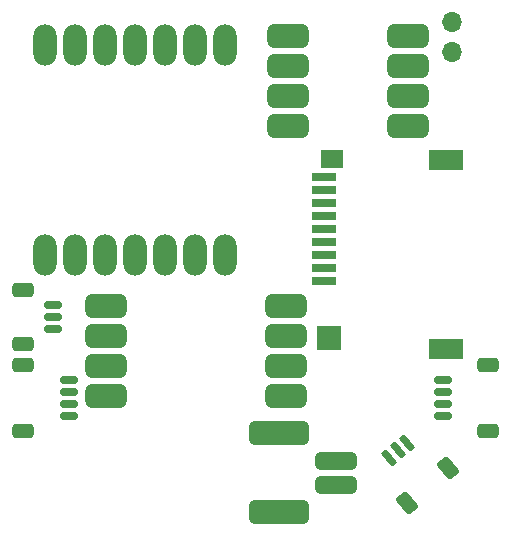
<source format=gbp>
G04 #@! TF.GenerationSoftware,KiCad,Pcbnew,7.0.7-7.0.7~ubuntu22.04.1*
G04 #@! TF.CreationDate,2024-07-01T02:54:02-07:00*
G04 #@! TF.ProjectId,v0.0-CutieCat,76302e30-2d43-4757-9469-654361742e6b,rev?*
G04 #@! TF.SameCoordinates,Original*
G04 #@! TF.FileFunction,Paste,Bot*
G04 #@! TF.FilePolarity,Positive*
%FSLAX46Y46*%
G04 Gerber Fmt 4.6, Leading zero omitted, Abs format (unit mm)*
G04 Created by KiCad (PCBNEW 7.0.7-7.0.7~ubuntu22.04.1) date 2024-07-01 02:54:02*
%MOMM*%
%LPD*%
G01*
G04 APERTURE LIST*
G04 Aperture macros list*
%AMRoundRect*
0 Rectangle with rounded corners*
0 $1 Rounding radius*
0 $2 $3 $4 $5 $6 $7 $8 $9 X,Y pos of 4 corners*
0 Add a 4 corners polygon primitive as box body*
4,1,4,$2,$3,$4,$5,$6,$7,$8,$9,$2,$3,0*
0 Add four circle primitives for the rounded corners*
1,1,$1+$1,$2,$3*
1,1,$1+$1,$4,$5*
1,1,$1+$1,$6,$7*
1,1,$1+$1,$8,$9*
0 Add four rect primitives between the rounded corners*
20,1,$1+$1,$2,$3,$4,$5,0*
20,1,$1+$1,$4,$5,$6,$7,0*
20,1,$1+$1,$6,$7,$8,$9,0*
20,1,$1+$1,$8,$9,$2,$3,0*%
G04 Aperture macros list end*
%ADD10RoundRect,0.150000X0.625000X-0.150000X0.625000X0.150000X-0.625000X0.150000X-0.625000X-0.150000X0*%
%ADD11RoundRect,0.250000X0.650000X-0.350000X0.650000X0.350000X-0.650000X0.350000X-0.650000X-0.350000X0*%
%ADD12RoundRect,0.150000X-0.286836X0.575196X-0.516649X0.382360X0.286836X-0.575196X0.516649X-0.382360X0*%
%ADD13RoundRect,0.250000X-0.149696X0.722905X-0.685928X0.272953X0.149696X-0.722905X0.685928X-0.272953X0*%
%ADD14RoundRect,0.150000X-0.625000X0.150000X-0.625000X-0.150000X0.625000X-0.150000X0.625000X0.150000X0*%
%ADD15RoundRect,0.250000X-0.650000X0.350000X-0.650000X-0.350000X0.650000X-0.350000X0.650000X0.350000X0*%
%ADD16O,2.000000X3.500000*%
%ADD17O,1.700000X1.700000*%
%ADD18RoundRect,0.500000X-1.250000X0.500000X-1.250000X-0.500000X1.250000X-0.500000X1.250000X0.500000X0*%
%ADD19RoundRect,0.375000X1.375000X-0.375000X1.375000X0.375000X-1.375000X0.375000X-1.375000X-0.375000X0*%
%ADD20RoundRect,0.333335X2.166665X-0.666665X2.166665X0.666665X-2.166665X0.666665X-2.166665X-0.666665X0*%
%ADD21RoundRect,0.500000X1.250000X-0.500000X1.250000X0.500000X-1.250000X0.500000X-1.250000X-0.500000X0*%
%ADD22R,2.000000X0.700000*%
%ADD23R,1.900000X1.600000*%
%ADD24R,3.000000X1.700000*%
%ADD25R,2.000000X2.100000*%
G04 APERTURE END LIST*
D10*
X-15830000Y-18570000D03*
X-15830000Y-17570000D03*
X-15830000Y-16570000D03*
X-15830000Y-15570000D03*
D11*
X-19705000Y-19870000D03*
X-19705000Y-14270000D03*
D12*
X12847144Y-20875379D03*
X12081100Y-21518166D03*
X11315055Y-22160954D03*
D13*
X16333804Y-23008177D03*
X12810000Y-25965000D03*
D14*
X15830000Y-15570000D03*
X15830000Y-16570000D03*
X15830000Y-17570000D03*
X15830000Y-18570000D03*
D15*
X19705000Y-14270000D03*
X19705000Y-19870000D03*
D16*
X-17820000Y12820000D03*
X-15280000Y12820000D03*
X-12740000Y12820000D03*
X-10200000Y12820000D03*
X-7660000Y12820000D03*
X-5120000Y12820000D03*
X-2580000Y12820000D03*
X-2580000Y-4960000D03*
X-5120000Y-4960000D03*
X-7660000Y-4960000D03*
X-10200000Y-4960000D03*
X-12740000Y-4960000D03*
X-15280000Y-4960000D03*
X-17820000Y-4960000D03*
D17*
X16670000Y12190000D03*
X16670000Y14710000D03*
D18*
X2610000Y-9290000D03*
X2610000Y-11830000D03*
X2610000Y-14370000D03*
X2610000Y-16910000D03*
X-12630000Y-16910000D03*
X-12630000Y-14370000D03*
X-12630000Y-11830000D03*
X-12630000Y-9290000D03*
D19*
X6850000Y-24420000D03*
X6850000Y-22420000D03*
D20*
X2000000Y-26770000D03*
X2000000Y-20070000D03*
D21*
X12870000Y13550000D03*
X12870000Y11010000D03*
X12870000Y8470000D03*
X12870000Y5930000D03*
X2710000Y13550000D03*
X2710000Y11010000D03*
X2710000Y8470000D03*
X2710000Y5930000D03*
D22*
X5790000Y-7180000D03*
X5790000Y-6080000D03*
X5790000Y-4980000D03*
X5790000Y-3880000D03*
X5790000Y-2780000D03*
X5790000Y-1680000D03*
X5790000Y-580000D03*
X5790000Y520000D03*
X5790000Y1620000D03*
D23*
X6490000Y3120000D03*
D24*
X16090000Y3070000D03*
D25*
X6190000Y-12030000D03*
D24*
X16090000Y-12930000D03*
D14*
X-17175000Y-9250000D03*
X-17175000Y-10250000D03*
X-17175000Y-11250000D03*
D15*
X-19700000Y-7950000D03*
X-19700000Y-12550000D03*
M02*

</source>
